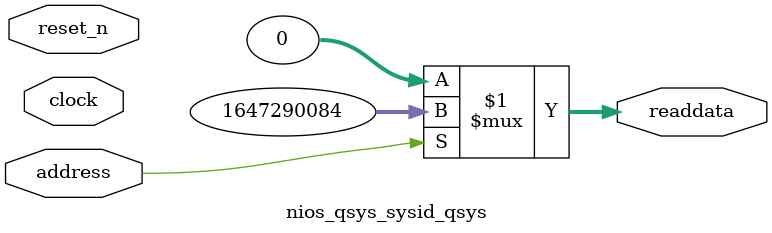
<source format=v>



// synthesis translate_off
`timescale 1ns / 1ps
// synthesis translate_on

// turn off superfluous verilog processor warnings 
// altera message_level Level1 
// altera message_off 10034 10035 10036 10037 10230 10240 10030 

module nios_qsys_sysid_qsys (
               // inputs:
                address,
                clock,
                reset_n,

               // outputs:
                readdata
             )
;

  output  [ 31: 0] readdata;
  input            address;
  input            clock;
  input            reset_n;

  wire    [ 31: 0] readdata;
  //control_slave, which is an e_avalon_slave
  assign readdata = address ? 1647290084 : 0;

endmodule



</source>
